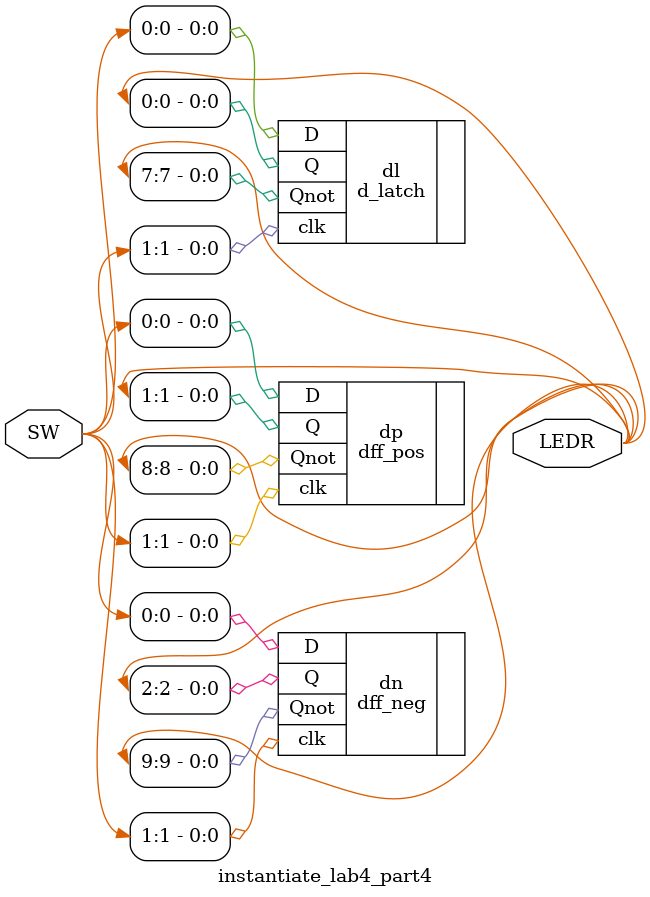
<source format=v>
module instantiate_lab4_part4(SW,LEDR);
 
	input[9:0] SW ;
	output [9:0] LEDR;

	// instantiate and connect all 3 flip flops
	// Use same inputs (same switches for D, clk to all instances)
	// Use 3 separate LED outputs
	
	dff_pos dp (.D(SW[0]), .clk(SW[1]), .Q(LEDR[1]), .Qnot(LEDR[8]));

	dff_neg dn (.D(SW[0]), .clk(SW[1]), .Q(LEDR[2]), .Qnot(LEDR[9]));
	
	d_latch dl (.D(SW[0]), .clk(SW[1]), .Q(LEDR[0]), .Qnot(LEDR[7]));
	
endmodule
</source>
